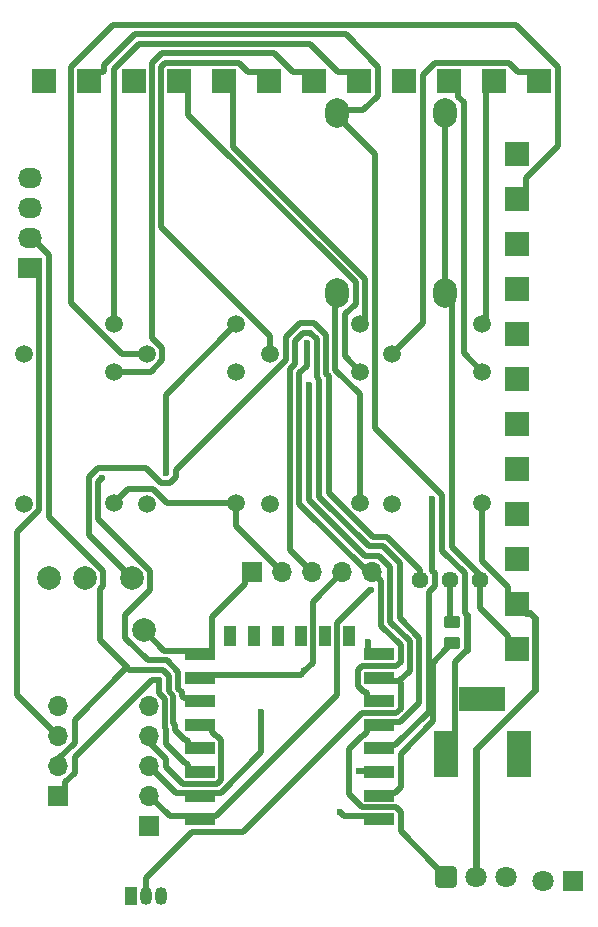
<source format=gbr>
%TF.GenerationSoftware,KiCad,Pcbnew,8.0.5*%
%TF.CreationDate,2024-10-28T11:16:19+03:00*%
%TF.ProjectId,IoTmanager,496f546d-616e-4616-9765-722e6b696361,rev?*%
%TF.SameCoordinates,Original*%
%TF.FileFunction,Copper,L1,Top*%
%TF.FilePolarity,Positive*%
%FSLAX46Y46*%
G04 Gerber Fmt 4.6, Leading zero omitted, Abs format (unit mm)*
G04 Created by KiCad (PCBNEW 8.0.5) date 2024-10-28 11:16:19*
%MOMM*%
%LPD*%
G01*
G04 APERTURE LIST*
G04 Aperture macros list*
%AMRoundRect*
0 Rectangle with rounded corners*
0 $1 Rounding radius*
0 $2 $3 $4 $5 $6 $7 $8 $9 X,Y pos of 4 corners*
0 Add a 4 corners polygon primitive as box body*
4,1,4,$2,$3,$4,$5,$6,$7,$8,$9,$2,$3,0*
0 Add four circle primitives for the rounded corners*
1,1,$1+$1,$2,$3*
1,1,$1+$1,$4,$5*
1,1,$1+$1,$6,$7*
1,1,$1+$1,$8,$9*
0 Add four rect primitives between the rounded corners*
20,1,$1+$1,$2,$3,$4,$5,0*
20,1,$1+$1,$4,$5,$6,$7,0*
20,1,$1+$1,$6,$7,$8,$9,0*
20,1,$1+$1,$8,$9,$2,$3,0*%
G04 Aperture macros list end*
%TA.AperFunction,ComponentPad*%
%ADD10R,1.700000X1.700000*%
%TD*%
%TA.AperFunction,ComponentPad*%
%ADD11O,1.700000X1.700000*%
%TD*%
%TA.AperFunction,ComponentPad*%
%ADD12R,1.050000X1.500000*%
%TD*%
%TA.AperFunction,ComponentPad*%
%ADD13O,1.050000X1.500000*%
%TD*%
%TA.AperFunction,ComponentPad*%
%ADD14C,1.500000*%
%TD*%
%TA.AperFunction,ComponentPad*%
%ADD15R,2.000000X4.000000*%
%TD*%
%TA.AperFunction,ComponentPad*%
%ADD16R,4.000000X2.000000*%
%TD*%
%TA.AperFunction,ComponentPad*%
%ADD17C,1.440000*%
%TD*%
%TA.AperFunction,ComponentPad*%
%ADD18R,1.800000X1.800000*%
%TD*%
%TA.AperFunction,ComponentPad*%
%ADD19C,1.800000*%
%TD*%
%TA.AperFunction,SMDPad,CuDef*%
%ADD20R,2.500000X1.000000*%
%TD*%
%TA.AperFunction,SMDPad,CuDef*%
%ADD21R,1.000000X1.800000*%
%TD*%
%TA.AperFunction,ComponentPad*%
%ADD22R,2.000000X2.000000*%
%TD*%
%TA.AperFunction,ComponentPad*%
%ADD23O,2.000000X2.500000*%
%TD*%
%TA.AperFunction,ComponentPad*%
%ADD24RoundRect,0.250200X-0.649800X-0.649800X0.649800X-0.649800X0.649800X0.649800X-0.649800X0.649800X0*%
%TD*%
%TA.AperFunction,ComponentPad*%
%ADD25C,2.000000*%
%TD*%
%TA.AperFunction,SMDPad,CuDef*%
%ADD26RoundRect,0.250000X-0.450000X0.262500X-0.450000X-0.262500X0.450000X-0.262500X0.450000X0.262500X0*%
%TD*%
%TA.AperFunction,ComponentPad*%
%ADD27R,2.032000X1.727200*%
%TD*%
%TA.AperFunction,ComponentPad*%
%ADD28O,2.032000X1.727200*%
%TD*%
%TA.AperFunction,ViaPad*%
%ADD29C,0.600000*%
%TD*%
%TA.AperFunction,Conductor*%
%ADD30C,0.500000*%
%TD*%
%TA.AperFunction,Conductor*%
%ADD31C,0.600000*%
%TD*%
G04 APERTURE END LIST*
D10*
%TO.P,max1,1,Pin_1*%
%TO.N,GNDPWR*%
X98300000Y-102300000D03*
D11*
%TO.P,max1,2,Pin_2*%
%TO.N,+5C*%
X100840000Y-102300000D03*
%TO.P,max1,3,Pin_3*%
%TO.N,/d5*%
X103380000Y-102300000D03*
%TO.P,max1,4,Pin_4*%
%TO.N,/d8*%
X105920000Y-102300000D03*
%TO.P,max1,5,Pin_5*%
%TO.N,/d6*%
X108460000Y-102300000D03*
%TD*%
D12*
%TO.P,U7,1,GND*%
%TO.N,GNDPWR*%
X88000000Y-129700000D03*
D13*
%TO.P,U7,2,DQ*%
%TO.N,/d7*%
X89270000Y-129700000D03*
%TO.P,U7,3,V_{DD}*%
%TO.N,+5C*%
X90540000Y-129700000D03*
%TD*%
D10*
%TO.P,display/ads1,1,Pin_1*%
%TO.N,/d1*%
X81840000Y-121220000D03*
D11*
%TO.P,display/ads1,2,Pin_2*%
%TO.N,/d2*%
X81840000Y-118680000D03*
%TO.P,display/ads1,3,Pin_3*%
%TO.N,+5C*%
X81840000Y-116140000D03*
%TO.P,display/ads1,4,Pin_4*%
%TO.N,GNDPWR*%
X81840000Y-113600000D03*
%TD*%
D14*
%TO.P,K1,5*%
%TO.N,/conn2-5*%
X86540000Y-81260000D03*
%TO.P,K1,4*%
%TO.N,/conn2-6*%
X86540000Y-85300000D03*
%TO.P,K1,3*%
%TO.N,/conn2-4*%
X78940000Y-83800000D03*
%TO.P,K1,2*%
%TO.N,+5C*%
X86540000Y-96400000D03*
%TO.P,K1,1*%
%TO.N,Net-(Q4-C)*%
X78940000Y-96500000D03*
%TD*%
D15*
%TO.P,dc-in1,1,+12*%
%TO.N,+12C*%
X114700000Y-117700000D03*
D16*
%TO.P,dc-in1,2,conn*%
%TO.N,unconnected-(dc-in1-conn-Pad2)*%
X117700000Y-113000000D03*
D15*
%TO.P,dc-in1,3,GND*%
%TO.N,GNDPWR*%
X120900000Y-117700000D03*
%TD*%
D17*
%TO.P,RV1,1,1*%
%TO.N,/a0-in-res*%
X112460000Y-102900000D03*
%TO.P,RV1,2,2*%
%TO.N,Net-(R3-Pad1)*%
X115000000Y-102900000D03*
%TO.P,RV1,3,3*%
%TO.N,GNDPWR*%
X117540000Y-102900000D03*
%TD*%
D18*
%TO.P,D1,1,K*%
%TO.N,GNDPWR*%
X125440000Y-128400000D03*
D19*
%TO.P,D1,2,A*%
%TO.N,Net-(D1-A)*%
X122900000Y-128400000D03*
%TD*%
D20*
%TO.P,U2,1,~{RST}*%
%TO.N,Net-(U2-~{RST})*%
X109040000Y-123200000D03*
%TO.P,U2,2,ADC*%
%TO.N,/a0*%
X109040000Y-121200000D03*
%TO.P,U2,3,EN*%
%TO.N,Net-(U2-EN)*%
X109040000Y-119200000D03*
%TO.P,U2,4,GPIO16*%
%TO.N,/d0*%
X109040000Y-117200000D03*
%TO.P,U2,5,GPIO14*%
%TO.N,/d5*%
X109040000Y-115200000D03*
%TO.P,U2,6,GPIO12*%
%TO.N,/d6*%
X109040000Y-113200000D03*
%TO.P,U2,7,GPIO13*%
%TO.N,/d7*%
X109040000Y-111200000D03*
%TO.P,U2,8,VCC*%
%TO.N,+3.3V*%
X109040000Y-109200000D03*
D21*
%TO.P,U2,9,CS0*%
%TO.N,unconnected-(U2-CS0-Pad9)*%
X106440000Y-107700000D03*
%TO.P,U2,10,MISO*%
%TO.N,unconnected-(U2-MISO-Pad10)*%
X104440000Y-107700000D03*
%TO.P,U2,11,GPIO9*%
%TO.N,unconnected-(U2-GPIO9-Pad11)*%
X102440000Y-107700000D03*
%TO.P,U2,12,GPIO10*%
%TO.N,unconnected-(U2-GPIO10-Pad12)*%
X100440000Y-107700000D03*
%TO.P,U2,13,MOSI*%
%TO.N,unconnected-(U2-MOSI-Pad13)*%
X98440000Y-107700000D03*
%TO.P,U2,14,SCLK*%
%TO.N,unconnected-(U2-SCLK-Pad14)*%
X96440000Y-107700000D03*
D20*
%TO.P,U2,15,GND*%
%TO.N,GNDPWR*%
X93840000Y-109200000D03*
%TO.P,U2,16,GPIO15*%
%TO.N,/d8*%
X93840000Y-111200000D03*
%TO.P,U2,17,GPIO2*%
%TO.N,/d4*%
X93840000Y-113200000D03*
%TO.P,U2,18,GPIO0*%
%TO.N,/d3*%
X93840000Y-115200000D03*
%TO.P,U2,19,GPIO4*%
%TO.N,/d2*%
X93840000Y-117200000D03*
%TO.P,U2,20,GPIO5*%
%TO.N,/d1*%
X93840000Y-119200000D03*
%TO.P,U2,21,GPIO3/RXD*%
%TO.N,/rx*%
X93840000Y-121200000D03*
%TO.P,U2,22,GPIO1/TXD*%
%TO.N,/tx*%
X93840000Y-123200000D03*
%TD*%
D22*
%TO.P,J3,1,Pin_1*%
%TO.N,/conn2-1*%
X122600000Y-60700000D03*
%TO.P,J3,2,Pin_2*%
%TO.N,/conn2-2*%
X118790000Y-60700000D03*
%TO.P,J3,3,Pin_3*%
%TO.N,/conn2-3*%
X114980000Y-60700000D03*
%TO.P,J3,4,Pin_4*%
%TO.N,/conn2-4*%
X111170000Y-60700000D03*
%TO.P,J3,5,Pin_5*%
%TO.N,/conn2-5*%
X107360000Y-60700000D03*
%TO.P,J3,6,Pin_6*%
%TO.N,/conn2-6*%
X103550000Y-60700000D03*
%TO.P,J3,7,Pin_7*%
%TO.N,/conn2-7*%
X99740000Y-60700000D03*
%TO.P,J3,8,Pin_8*%
%TO.N,/conn2-8*%
X95930000Y-60700000D03*
%TO.P,J3,9,Pin_9*%
%TO.N,/conn2-9*%
X92120000Y-60700000D03*
%TO.P,J3,10,Pin_10*%
%TO.N,/d2*%
X88310000Y-60700000D03*
%TO.P,J3,11,Pin_11*%
%TO.N,+12C*%
X84500000Y-60700000D03*
%TO.P,J3,12,Pin_12*%
%TO.N,GNDPWR*%
X80690000Y-60700000D03*
%TD*%
D23*
%TO.P,U4,1,IN-*%
%TO.N,GNDPWR*%
X114640000Y-63400000D03*
%TO.P,U4,2,IN+*%
%TO.N,+12C*%
X105500000Y-63400000D03*
%TO.P,U4,3,OUT-*%
%TO.N,GNDPWR*%
X114640000Y-78640000D03*
%TO.P,U4,4,OUT+*%
%TO.N,+5C*%
X105500000Y-78640000D03*
%TD*%
D14*
%TO.P,K4,1*%
%TO.N,Net-(Q2-C)*%
X99820000Y-96500000D03*
%TO.P,K4,2*%
%TO.N,+5C*%
X107420000Y-96400000D03*
%TO.P,K4,3*%
%TO.N,/conn2-7*%
X99820000Y-83800000D03*
%TO.P,K4,4*%
%TO.N,/conn2-9*%
X107420000Y-85300000D03*
%TO.P,K4,5*%
%TO.N,/conn2-8*%
X107420000Y-81260000D03*
%TD*%
D10*
%TO.P,J1,1,Pin_1*%
%TO.N,+3.3V*%
X89570000Y-123740000D03*
D11*
%TO.P,J1,2,Pin_2*%
%TO.N,/tx*%
X89570000Y-121200000D03*
%TO.P,J1,3,Pin_3*%
%TO.N,/rx*%
X89570000Y-118660000D03*
%TO.P,J1,4,Pin_4*%
%TO.N,/d3*%
X89570000Y-116120000D03*
%TO.P,J1,5,Pin_5*%
%TO.N,GNDPWR*%
X89570000Y-113580000D03*
%TD*%
D24*
%TO.P,U3,1,OUT*%
%TO.N,/d5*%
X114660000Y-128100000D03*
D19*
%TO.P,U3,2,Vs*%
%TO.N,+5C*%
X117200000Y-128100000D03*
%TO.P,U3,3,GND*%
%TO.N,GNDPWR*%
X119740000Y-128100000D03*
%TD*%
D25*
%TO.P,U5,1,Sleeve*%
%TO.N,GNDPWR*%
X89085000Y-107200000D03*
%TO.P,U5,2,Tip*%
%TO.N,/a0-in-res*%
X88085000Y-102800000D03*
%TO.P,U5,3,Ring1*%
%TO.N,unconnected-(U5-Ring1-Pad3)*%
X84085000Y-102800000D03*
%TO.P,U5,4,Ring2*%
%TO.N,unconnected-(U5-Ring2-Pad4)*%
X81085000Y-102800000D03*
%TD*%
D14*
%TO.P,K3-possible-d1,1*%
%TO.N,Net-(Q1-C)*%
X89340000Y-96500000D03*
%TO.P,K3-possible-d1,2*%
%TO.N,+5C*%
X96940000Y-96400000D03*
%TO.P,K3-possible-d1,3*%
%TO.N,/conn1-10*%
X89340000Y-83800000D03*
%TO.P,K3-possible-d1,4*%
%TO.N,/conn1-9*%
X96940000Y-85300000D03*
%TO.P,K3-possible-d1,5*%
%TO.N,/conn1-8*%
X96940000Y-81260000D03*
%TD*%
D22*
%TO.P,J2,1,Pin_1*%
%TO.N,GNDPWR*%
X120700000Y-108800000D03*
%TO.P,J2,2,Pin_2*%
%TO.N,+5C*%
X120700000Y-104990000D03*
%TO.P,J2,3,Pin_3*%
%TO.N,/rx*%
X120700000Y-101180000D03*
%TO.P,J2,4,Pin_4*%
%TO.N,/tx*%
X120700000Y-97370000D03*
%TO.P,J2,5,Pin_5*%
%TO.N,/d8*%
X120700000Y-93560000D03*
%TO.P,J2,6,Pin_6*%
%TO.N,/mosf1-out-d5*%
X120700000Y-89750000D03*
%TO.P,J2,7,Pin_7*%
%TO.N,/mosf2-out-d6*%
X120700000Y-85940000D03*
%TO.P,J2,8,Pin_8*%
%TO.N,/mosf3-out-d7*%
X120700000Y-82130000D03*
%TO.P,J2,9,Pin_9*%
%TO.N,/conn1-8*%
X120700000Y-78320000D03*
%TO.P,J2,10,Pin_10*%
%TO.N,/conn1-9*%
X120700000Y-74510000D03*
%TO.P,J2,11,Pin_11*%
%TO.N,/conn1-10*%
X120700000Y-70700000D03*
%TO.P,J2,12,Pin_12*%
%TO.N,/d1*%
X120700000Y-66890000D03*
%TD*%
D14*
%TO.P,K2,5*%
%TO.N,/conn2-2*%
X117740000Y-81260000D03*
%TO.P,K2,4*%
%TO.N,/conn2-3*%
X117740000Y-85300000D03*
%TO.P,K2,3*%
%TO.N,/conn2-1*%
X110140000Y-83800000D03*
%TO.P,K2,2*%
%TO.N,+5C*%
X117740000Y-96400000D03*
%TO.P,K2,1*%
%TO.N,Net-(Q3-C)*%
X110140000Y-96500000D03*
%TD*%
D26*
%TO.P,R3,1*%
%TO.N,Net-(R3-Pad1)*%
X115200000Y-106475000D03*
%TO.P,R3,2*%
%TO.N,/a0*%
X115200000Y-108300000D03*
%TD*%
D27*
%TO.P,MX-RM-5V-RF-sensor1,1,Pin_1*%
%TO.N,+5C*%
X79500029Y-76540707D03*
D28*
%TO.P,MX-RM-5V-RF-sensor1,2,Pin_2*%
%TO.N,/d2*%
X79500029Y-74000707D03*
%TO.P,MX-RM-5V-RF-sensor1,3,Pin_3*%
X79500029Y-71460707D03*
%TO.P,MX-RM-5V-RF-sensor1,4,Pin_4*%
%TO.N,GNDPWR*%
X79500029Y-68920707D03*
%TD*%
D29*
%TO.N,/conn1-8*%
X90952800Y-93901700D03*
%TO.N,/tx*%
X108320600Y-103755900D03*
%TO.N,/rx*%
X99040600Y-114125100D03*
%TO.N,/d8*%
X102709000Y-110661500D03*
%TO.N,+3.3V*%
X108099100Y-108200000D03*
%TO.N,/d4*%
X85542400Y-94343300D03*
%TO.N,/d0*%
X113531600Y-96094300D03*
%TO.N,/d5*%
X103136200Y-81999400D03*
%TO.N,/d7*%
X103122800Y-86389700D03*
%TO.N,/d1*%
X90392100Y-111391700D03*
%TO.N,/d6*%
X102881100Y-82908800D03*
%TO.N,Net-(U2-~{RST})*%
X105700500Y-122586800D03*
%TO.N,Net-(U2-EN)*%
X107290000Y-119136200D03*
%TD*%
D30*
%TO.N,/a0-in-res*%
X84440000Y-99155000D02*
X88085000Y-102800000D01*
X89303100Y-93493300D02*
X85190300Y-93493300D01*
X104526700Y-82187800D02*
X103488300Y-81149400D01*
X101120000Y-84338500D02*
X91802800Y-93655700D01*
X112460000Y-102900000D02*
X112460000Y-102057400D01*
X104772800Y-95591300D02*
X104772800Y-85706200D01*
X85190300Y-93493300D02*
X84440000Y-94243600D01*
X109702600Y-99300000D02*
X108481500Y-99300000D01*
X84440000Y-94243600D02*
X84440000Y-99155000D01*
X104772800Y-85706200D02*
X104526700Y-85460100D01*
X103488300Y-81149400D02*
X102307000Y-81149400D01*
X101120000Y-82336400D02*
X101120000Y-84338500D01*
X91802800Y-94253800D02*
X91304900Y-94751700D01*
X91304900Y-94751700D02*
X90561500Y-94751700D01*
X90561500Y-94751700D02*
X89303100Y-93493300D01*
X104526700Y-85460100D02*
X104526700Y-82187800D01*
X102307000Y-81149400D02*
X101120000Y-82336400D01*
X112460000Y-102057400D02*
X109702600Y-99300000D01*
X108481500Y-99300000D02*
X104772800Y-95591300D01*
X91802800Y-93655700D02*
X91802800Y-94253800D01*
%TO.N,/a0*%
X110290000Y-120950000D02*
X110040000Y-120950000D01*
X110840000Y-120503600D02*
X110393600Y-120950000D01*
X110040000Y-120950000D02*
X109040000Y-121200000D01*
X110840000Y-117635600D02*
X110840000Y-120503600D01*
X115200000Y-108300000D02*
X114702000Y-108803900D01*
X114702000Y-108814200D02*
X113576400Y-109939800D01*
X114702000Y-108803900D02*
X114702000Y-108814200D01*
X113576400Y-114899200D02*
X110840000Y-117635600D01*
X110393600Y-120950000D02*
X110290000Y-120950000D01*
X113576400Y-109939800D02*
X113576400Y-114899200D01*
%TO.N,GNDPWR*%
X90835000Y-108950000D02*
X89085000Y-107200000D01*
X94840000Y-108950000D02*
X93840000Y-109200000D01*
X117540000Y-105286400D02*
X117540000Y-102900000D01*
X97700000Y-102900000D02*
X97700000Y-103150000D01*
X120700000Y-108800000D02*
X119950000Y-108050000D01*
X117540000Y-102512600D02*
X115181600Y-100154200D01*
X97700000Y-103150000D02*
X97700000Y-103253600D01*
X92590000Y-108950000D02*
X90835000Y-108950000D01*
X93840000Y-109200000D02*
X92840000Y-108950000D01*
X115181600Y-100154200D02*
X115181600Y-79431600D01*
X117540000Y-102900000D02*
X117540000Y-102512600D01*
X94840000Y-106113600D02*
X94840000Y-108700000D01*
X114640000Y-78390000D02*
X114640000Y-78640000D01*
X92840000Y-108950000D02*
X92590000Y-108950000D01*
X119950000Y-107800000D02*
X119950000Y-107696400D01*
X94840000Y-108700000D02*
X94840000Y-108950000D01*
X97700000Y-103253600D02*
X94840000Y-106113600D01*
X98300000Y-102300000D02*
X97700000Y-102900000D01*
X114640000Y-63650000D02*
X114640000Y-78390000D01*
X119950000Y-108050000D02*
X119950000Y-107800000D01*
X119950000Y-107696400D02*
X117540000Y-105286400D01*
X114640000Y-78890000D02*
X114640000Y-78640000D01*
X114640000Y-63400000D02*
X114640000Y-63650000D01*
X115181600Y-79431600D02*
X114640000Y-78890000D01*
%TO.N,/conn1-8*%
X90952800Y-93901700D02*
X90952800Y-87247200D01*
X90952800Y-87247200D02*
X96940000Y-81260000D01*
%TO.N,/tx*%
X95193600Y-122950000D02*
X95090000Y-122950000D01*
X89570000Y-121200000D02*
X91320000Y-122950000D01*
X108277000Y-103755900D02*
X105440000Y-106592900D01*
X92590000Y-122950000D02*
X92840000Y-122950000D01*
X95090000Y-122950000D02*
X94840000Y-122950000D01*
X91320000Y-122950000D02*
X92590000Y-122950000D01*
X105440000Y-112703600D02*
X95193600Y-122950000D01*
X108320600Y-103755900D02*
X108277000Y-103755900D01*
X94840000Y-122950000D02*
X93840000Y-123200000D01*
X92840000Y-122950000D02*
X93840000Y-123200000D01*
X105440000Y-106592900D02*
X105440000Y-112703600D01*
%TO.N,/conn1-10*%
X121450000Y-69950000D02*
X121450000Y-69700000D01*
X124150000Y-66217800D02*
X124150000Y-59472200D01*
X120700000Y-70700000D02*
X121450000Y-69950000D01*
X87241500Y-83800000D02*
X89340000Y-83800000D01*
X121450000Y-68917800D02*
X124150000Y-66217800D01*
X121450000Y-69700000D02*
X121450000Y-68917800D01*
X86472200Y-55950000D02*
X82950000Y-59472200D01*
X124150000Y-59472200D02*
X120627800Y-55950000D01*
X82950000Y-79508500D02*
X87241500Y-83800000D01*
X82950000Y-59472200D02*
X82950000Y-79508500D01*
X120627800Y-55950000D02*
X86472200Y-55950000D01*
%TO.N,/rx*%
X94840000Y-120950000D02*
X93840000Y-121200000D01*
X95607800Y-120950000D02*
X95090000Y-120950000D01*
X99040600Y-117517200D02*
X95607800Y-120950000D01*
X92590000Y-120950000D02*
X92840000Y-120950000D01*
X91860000Y-120950000D02*
X92590000Y-120950000D01*
X89570000Y-118660000D02*
X91860000Y-120950000D01*
X92840000Y-120950000D02*
X93840000Y-121200000D01*
X95090000Y-120950000D02*
X94840000Y-120950000D01*
X99040600Y-114125100D02*
X99040600Y-117517200D01*
%TO.N,/conn2-2*%
X118040000Y-61450000D02*
X118040000Y-61700000D01*
X118790000Y-60700000D02*
X118040000Y-61450000D01*
X118040000Y-61700000D02*
X118040000Y-80960000D01*
X118040000Y-80960000D02*
X117740000Y-81260000D01*
%TO.N,/d2*%
X91770000Y-115208700D02*
X91616600Y-115055300D01*
X92840000Y-116596400D02*
X92693600Y-116450000D01*
X91770000Y-115657800D02*
X91770000Y-115208700D01*
X91616600Y-115055300D02*
X91616600Y-112732300D01*
X85384500Y-103692500D02*
X85384500Y-108052000D01*
X79652400Y-74000700D02*
X81066000Y-75414300D01*
X85635000Y-103442000D02*
X85384500Y-103692500D01*
X91241400Y-112357100D02*
X91241400Y-111039900D01*
X87661900Y-110329400D02*
X83240000Y-114751300D01*
X90743900Y-110542400D02*
X87874900Y-110542400D01*
X81066000Y-97589000D02*
X85635000Y-102158000D01*
X93840000Y-117200000D02*
X92840000Y-116950000D01*
X81840000Y-118119900D02*
X81840000Y-118680000D01*
X85384500Y-108052000D02*
X87661900Y-110329400D01*
X85635000Y-102158000D02*
X85635000Y-103442000D01*
X92693600Y-116450000D02*
X92562200Y-116450000D01*
X91616600Y-112732300D02*
X91241400Y-112357100D01*
X87874900Y-110542400D02*
X87661900Y-110329400D01*
X92562200Y-116450000D02*
X91770000Y-115657800D01*
X92840000Y-116700000D02*
X92840000Y-116596400D01*
X79500000Y-74000700D02*
X79652400Y-74000700D01*
X83240000Y-116719900D02*
X81840000Y-118119900D01*
X83240000Y-114751300D02*
X83240000Y-116719900D01*
X81066000Y-75414300D02*
X81066000Y-97589000D01*
X91241400Y-111039900D02*
X90743900Y-110542400D01*
X92840000Y-116950000D02*
X92840000Y-116700000D01*
D31*
%TO.N,+5C*%
X122250000Y-106186400D02*
X121803600Y-105740000D01*
D30*
X80240000Y-77154300D02*
X80240000Y-77404300D01*
X89878500Y-95200000D02*
X91078500Y-96400000D01*
X105324400Y-79065600D02*
X105324400Y-85126500D01*
D31*
X117200000Y-117277800D02*
X122250000Y-112227800D01*
X122250000Y-112227800D02*
X122250000Y-106186400D01*
D30*
X96940000Y-96400000D02*
X96940000Y-98400000D01*
X107420000Y-87222100D02*
X107420000Y-96400000D01*
X96940000Y-98400000D02*
X100840000Y-102300000D01*
D31*
X121450000Y-105740000D02*
X120700000Y-104990000D01*
D30*
X78384500Y-112684500D02*
X81840000Y-116140000D01*
X120700000Y-104990000D02*
X119950000Y-104240000D01*
X78384500Y-98894000D02*
X78384500Y-112684500D01*
X80240000Y-97038500D02*
X78384500Y-98894000D01*
X79500000Y-76540700D02*
X80240000Y-77154300D01*
X105500000Y-78890000D02*
X105324400Y-79065600D01*
X105500000Y-78640000D02*
X105500000Y-78890000D01*
X105324400Y-85126500D02*
X107420000Y-87222100D01*
X86540000Y-96400000D02*
X87740000Y-95200000D01*
X119950000Y-103990000D02*
X119950000Y-103513900D01*
X80240000Y-77404300D02*
X80240000Y-97038500D01*
X117740000Y-101303900D02*
X117740000Y-96400000D01*
X91078500Y-96400000D02*
X96940000Y-96400000D01*
X119950000Y-104240000D02*
X119950000Y-103990000D01*
D31*
X121803600Y-105740000D02*
X121700000Y-105740000D01*
D30*
X87740000Y-95200000D02*
X89878500Y-95200000D01*
D31*
X117200000Y-128100000D02*
X117200000Y-117277800D01*
X121700000Y-105740000D02*
X121450000Y-105740000D01*
D30*
X119950000Y-103513900D02*
X117740000Y-101303900D01*
%TO.N,+12C*%
X114381600Y-95742200D02*
X114381600Y-100485500D01*
X108910000Y-59472200D02*
X108910000Y-61927800D01*
X108720000Y-66870000D02*
X108720000Y-90080600D01*
X116270000Y-102373900D02*
X116270000Y-105713400D01*
X107687800Y-63150000D02*
X105500000Y-63150000D01*
X108910000Y-61927800D02*
X107687800Y-63150000D01*
X85250000Y-59950000D02*
X85500000Y-59950000D01*
X105500000Y-63150000D02*
X105500000Y-63400000D01*
X85750000Y-59350800D02*
X88350800Y-56750000D01*
X85603600Y-59950000D02*
X85750000Y-59803600D01*
X85500000Y-59950000D02*
X85603600Y-59950000D01*
X106187800Y-56750000D02*
X108910000Y-59472200D01*
X84500000Y-60700000D02*
X85250000Y-59950000D01*
X116270000Y-105713400D02*
X116451000Y-105894400D01*
X108720000Y-90080600D02*
X114381600Y-95742200D01*
X105500000Y-63650000D02*
X108720000Y-66870000D01*
X105500000Y-63400000D02*
X105500000Y-63650000D01*
D31*
X116451000Y-105894400D02*
X116451000Y-108894100D01*
D30*
X115450000Y-109895100D02*
X115450000Y-115700000D01*
X115450000Y-115700000D02*
X115450000Y-115950000D01*
X115450000Y-115950000D02*
X114700000Y-117700000D01*
X116451000Y-108894100D02*
X115450000Y-109895100D01*
X88350800Y-56750000D02*
X106187800Y-56750000D01*
X85750000Y-59803600D02*
X85750000Y-59350800D01*
X114381600Y-100485500D02*
X116270000Y-102373900D01*
%TO.N,/d8*%
X94840000Y-110950000D02*
X95090000Y-110950000D01*
X93840000Y-111200000D02*
X94840000Y-110950000D01*
X105920000Y-102300000D02*
X103440000Y-104780000D01*
X103440000Y-104780000D02*
X103440000Y-109930500D01*
X95090000Y-110950000D02*
X102420500Y-110950000D01*
X102420500Y-110950000D02*
X102709000Y-110661500D01*
X103440000Y-109930500D02*
X102709000Y-110661500D01*
%TO.N,+3.3V*%
X108099100Y-108200000D02*
X108099100Y-108700000D01*
X108099100Y-108700000D02*
X108099100Y-108950000D01*
X108099100Y-108950000D02*
X109040000Y-109200000D01*
%TO.N,/conn2-5*%
X103177800Y-57550000D02*
X88682200Y-57550000D01*
X86540000Y-59692200D02*
X86540000Y-81260000D01*
X88682200Y-57550000D02*
X86540000Y-59692200D01*
X106360000Y-59950000D02*
X105577800Y-59950000D01*
X105577800Y-59950000D02*
X103177800Y-57550000D01*
X107360000Y-60700000D02*
X106610000Y-59950000D01*
X106610000Y-59950000D02*
X106360000Y-59950000D01*
%TO.N,/d4*%
X92339900Y-112803500D02*
X92486400Y-112950000D01*
X85240000Y-94645700D02*
X85240000Y-97763000D01*
X87535000Y-107842000D02*
X89436100Y-109743100D01*
X92040700Y-110708800D02*
X92040700Y-112133500D01*
X89635000Y-103768500D02*
X87535000Y-105868500D01*
X92040700Y-112133500D02*
X92339900Y-112432700D01*
X85240000Y-97763000D02*
X89635000Y-102158000D01*
X92590000Y-112950000D02*
X92840000Y-112950000D01*
X85542400Y-94343300D02*
X85240000Y-94645700D01*
X92486400Y-112950000D02*
X92590000Y-112950000D01*
X89436100Y-109743100D02*
X91075000Y-109743100D01*
X92840000Y-112950000D02*
X93840000Y-113200000D01*
X92339900Y-112432700D02*
X92339900Y-112803500D01*
X89635000Y-102158000D02*
X89635000Y-103768500D01*
X87535000Y-105868500D02*
X87535000Y-107842000D01*
X91075000Y-109743100D02*
X92040700Y-110708800D01*
%TO.N,/d0*%
X110393600Y-116950000D02*
X110290000Y-116950000D01*
X110290000Y-116950000D02*
X110040000Y-116950000D01*
X113531600Y-102175500D02*
X113730000Y-102373900D01*
X113730000Y-102373900D02*
X113730000Y-103426100D01*
X113240000Y-114103600D02*
X110393600Y-116950000D01*
X110040000Y-116950000D02*
X109040000Y-117200000D01*
X113240000Y-103916100D02*
X113240000Y-114103600D01*
X113730000Y-103426100D02*
X113240000Y-103916100D01*
X113531600Y-96094300D02*
X113531600Y-102175500D01*
%TO.N,/d3*%
X95317800Y-116150000D02*
X95186400Y-116150000D01*
X92382900Y-120200000D02*
X95297100Y-120200000D01*
X95640000Y-116472200D02*
X95317800Y-116150000D01*
X95640000Y-119857100D02*
X95640000Y-116472200D01*
X94840000Y-115803600D02*
X94840000Y-115700000D01*
X94840000Y-115700000D02*
X94840000Y-115450000D01*
X90970000Y-118080100D02*
X90970000Y-118787100D01*
X90970000Y-118787100D02*
X92382900Y-120200000D01*
X95186400Y-116150000D02*
X94840000Y-115803600D01*
X94840000Y-115450000D02*
X93840000Y-115200000D01*
X89570000Y-116680100D02*
X90970000Y-118080100D01*
X95297100Y-120200000D02*
X95640000Y-119857100D01*
X89570000Y-116120000D02*
X89570000Y-116680100D01*
%TO.N,/d5*%
X106440000Y-121057100D02*
X106440000Y-117272200D01*
X101472800Y-85117000D02*
X101920000Y-84669800D01*
X102588400Y-81999400D02*
X103136200Y-81999400D01*
X109040000Y-115200000D02*
X110040000Y-114950000D01*
X103972800Y-95922600D02*
X103972800Y-86037600D01*
X103170700Y-81999400D02*
X103136200Y-81999400D01*
X107693600Y-116150000D02*
X108040000Y-115803600D01*
X101472800Y-100392800D02*
X101472800Y-85117000D01*
X103728900Y-85793700D02*
X103728900Y-82557600D01*
X110807800Y-114950000D02*
X112440000Y-113317800D01*
X110840000Y-122542900D02*
X110497100Y-122200000D01*
X112440000Y-113317800D02*
X112440000Y-107809400D01*
X101920000Y-82667800D02*
X102588400Y-81999400D01*
X107582900Y-122200000D02*
X106440000Y-121057100D01*
X110840000Y-124212100D02*
X110840000Y-122542900D01*
X113873300Y-127245400D02*
X110840000Y-124212100D01*
X110040000Y-114950000D02*
X110290000Y-114950000D01*
X103728900Y-82557600D02*
X103170700Y-81999400D01*
X101920000Y-84669800D02*
X101920000Y-82667800D01*
X112440000Y-107809400D02*
X110770600Y-106140000D01*
X108040000Y-115803600D02*
X108040000Y-115700000D01*
X103972800Y-86037600D02*
X103728900Y-85793700D01*
X110290000Y-114950000D02*
X110807800Y-114950000D01*
X108150200Y-100100000D02*
X103972800Y-95922600D01*
X108040000Y-115450000D02*
X109040000Y-115200000D01*
X110770600Y-101499300D02*
X109371300Y-100100000D01*
X110770600Y-106140000D02*
X110770600Y-101499300D01*
X114660000Y-128100000D02*
X113873300Y-127245400D01*
X108040000Y-115700000D02*
X108040000Y-115450000D01*
X106440000Y-117272200D02*
X107562200Y-116150000D01*
X103380000Y-102300000D02*
X101472800Y-100392800D01*
X107562200Y-116150000D02*
X107693600Y-116150000D01*
X109371300Y-100100000D02*
X108150200Y-100100000D01*
X110497100Y-122200000D02*
X107582900Y-122200000D01*
%TO.N,/d7*%
X110740000Y-111532700D02*
X110657300Y-111450000D01*
X109970600Y-106471400D02*
X111640000Y-108140800D01*
X97533400Y-124249500D02*
X107582900Y-114200000D01*
X110840000Y-113857100D02*
X110840000Y-111632700D01*
X109970600Y-101830700D02*
X109970600Y-106471400D01*
X110040000Y-111450000D02*
X109040000Y-111200000D01*
X103122800Y-86389700D02*
X103122800Y-96204000D01*
X111640000Y-110632700D02*
X110740000Y-111532700D01*
X110840000Y-111632700D02*
X110740000Y-111532700D01*
X110497100Y-114200000D02*
X110840000Y-113857100D01*
X89270000Y-129475000D02*
X89270000Y-128195700D01*
X110290000Y-111450000D02*
X110040000Y-111450000D01*
X89270000Y-128195700D02*
X93216200Y-124249500D01*
X93216200Y-124249500D02*
X97533400Y-124249500D01*
X110657300Y-111450000D02*
X110290000Y-111450000D01*
X111640000Y-108140800D02*
X111640000Y-110632700D01*
X107818800Y-100900000D02*
X109039900Y-100900000D01*
X109039900Y-100900000D02*
X109970600Y-101830700D01*
X107582900Y-114200000D02*
X110497100Y-114200000D01*
X103122800Y-96204000D02*
X107818800Y-100900000D01*
X89270000Y-129700000D02*
X89270000Y-129475000D01*
%TO.N,/d1*%
X90392100Y-112530700D02*
X90392100Y-111391700D01*
X92840000Y-118950000D02*
X92840000Y-118700000D01*
X92840000Y-118700000D02*
X92840000Y-118596400D01*
X90970000Y-115540100D02*
X90893300Y-115463400D01*
X82440000Y-120059900D02*
X83240000Y-119259900D01*
X92562200Y-118450000D02*
X90970000Y-116857800D01*
X90970000Y-116857800D02*
X90970000Y-115540100D01*
X93840000Y-119200000D02*
X92840000Y-118950000D01*
X83240000Y-119259900D02*
X83240000Y-117930100D01*
X90893300Y-113031900D02*
X90392100Y-112530700D01*
X89778400Y-111391700D02*
X90392100Y-111391700D01*
X83240000Y-117930100D02*
X89778400Y-111391700D01*
X82440000Y-120370000D02*
X82440000Y-120059900D01*
X81840000Y-121220000D02*
X82440000Y-120620000D01*
X90893300Y-115463400D02*
X90893300Y-113031900D01*
X82440000Y-120620000D02*
X82440000Y-120370000D01*
X92840000Y-118596400D02*
X92693600Y-118450000D01*
X92693600Y-118450000D02*
X92562200Y-118450000D01*
%TO.N,/d6*%
X110497100Y-110200000D02*
X110840000Y-109857100D01*
X108040000Y-112950000D02*
X108040000Y-112700000D01*
X102881100Y-82908800D02*
X102881100Y-84840100D01*
X107893600Y-112450000D02*
X107762200Y-112450000D01*
X109040000Y-113200000D02*
X108040000Y-112950000D01*
X108040000Y-112596400D02*
X107893600Y-112450000D01*
X102272800Y-85448400D02*
X102272800Y-96485400D01*
X110840000Y-108472200D02*
X109170600Y-106802800D01*
X110840000Y-109857100D02*
X110840000Y-108472200D01*
X102881100Y-84840100D02*
X102272800Y-85448400D01*
X107762200Y-112450000D02*
X107240000Y-111927800D01*
X109170600Y-106802800D02*
X109170600Y-103010600D01*
X108087400Y-102300000D02*
X108460000Y-102300000D01*
X102272800Y-96485400D02*
X108087400Y-102300000D01*
X107582900Y-110200000D02*
X110497100Y-110200000D01*
X107240000Y-111927800D02*
X107240000Y-110542900D01*
X109170600Y-103010600D02*
X108460000Y-102300000D01*
X108040000Y-112700000D02*
X108040000Y-112596400D01*
X107240000Y-110542900D02*
X107582900Y-110200000D01*
%TO.N,/conn2-3*%
X114980000Y-60700000D02*
X115730000Y-61450000D01*
X115730000Y-61700000D02*
X115730000Y-62048000D01*
X115730000Y-61450000D02*
X115730000Y-61700000D01*
X116190000Y-62508000D02*
X116190000Y-83750000D01*
X116190000Y-83750000D02*
X117740000Y-85300000D01*
X115730000Y-62048000D02*
X116190000Y-62508000D01*
%TO.N,Net-(U2-~{RST})*%
X105700500Y-122586800D02*
X106063700Y-122950000D01*
X107790000Y-122950000D02*
X108040000Y-122950000D01*
X108040000Y-122950000D02*
X109040000Y-123200000D01*
X106063700Y-122950000D02*
X107790000Y-122950000D01*
%TO.N,Net-(U2-EN)*%
X108040000Y-119136200D02*
X109040000Y-119200000D01*
X107290000Y-119136200D02*
X107790000Y-119136200D01*
X107790000Y-119136200D02*
X108040000Y-119136200D01*
%TO.N,/conn2-8*%
X96680000Y-61450000D02*
X96680000Y-61700000D01*
X96680000Y-61700000D02*
X96680000Y-66246600D01*
X95930000Y-60700000D02*
X96680000Y-61450000D01*
X107850000Y-77416600D02*
X107850000Y-80830000D01*
X96680000Y-66246600D02*
X107850000Y-77416600D01*
X107850000Y-80830000D02*
X107420000Y-81260000D01*
%TO.N,/conn2-9*%
X107050000Y-79532000D02*
X106122200Y-80459800D01*
X107050000Y-77748000D02*
X107050000Y-79532000D01*
X92870000Y-61450000D02*
X92870000Y-61700000D01*
X92870000Y-61700000D02*
X92870000Y-63568000D01*
X106122200Y-84002200D02*
X107420000Y-85300000D01*
X92120000Y-60700000D02*
X92870000Y-61450000D01*
X106122200Y-80459800D02*
X106122200Y-84002200D01*
X92870000Y-63568000D02*
X107050000Y-77748000D01*
%TO.N,/conn2-7*%
X99740000Y-60700000D02*
X98990000Y-59950000D01*
X98740000Y-59950000D02*
X97957800Y-59950000D01*
X97957800Y-59950000D02*
X97157800Y-59150000D01*
X90600000Y-73081500D02*
X99820000Y-82301500D01*
X97157800Y-59150000D02*
X90934600Y-59150000D01*
X90600000Y-59484600D02*
X90600000Y-73081500D01*
X99820000Y-82301500D02*
X99820000Y-83800000D01*
X98990000Y-59950000D02*
X98740000Y-59950000D01*
X90934600Y-59150000D02*
X90600000Y-59484600D01*
%TO.N,/conn2-6*%
X89830000Y-59165700D02*
X89830000Y-82451500D01*
X103550000Y-60700000D02*
X102800000Y-59950000D01*
X90645700Y-58350000D02*
X89830000Y-59165700D01*
X89830000Y-82451500D02*
X90640000Y-83261500D01*
X101767800Y-59950000D02*
X100167800Y-58350000D01*
X102550000Y-59950000D02*
X101767800Y-59950000D01*
X89678500Y-85300000D02*
X86540000Y-85300000D01*
X90640000Y-84338500D02*
X89678500Y-85300000D01*
X90640000Y-83261500D02*
X90640000Y-84338500D01*
X102800000Y-59950000D02*
X102550000Y-59950000D01*
X100167800Y-58350000D02*
X90645700Y-58350000D01*
%TO.N,/conn2-1*%
X121850000Y-59950000D02*
X121600000Y-59950000D01*
X122600000Y-60700000D02*
X121850000Y-59950000D01*
X120817800Y-59950000D02*
X120017800Y-59150000D01*
X113752200Y-59150000D02*
X112720000Y-60182200D01*
X112720000Y-60182200D02*
X112720000Y-81220000D01*
X112720000Y-81220000D02*
X110140000Y-83800000D01*
X120017800Y-59150000D02*
X113752200Y-59150000D01*
X121600000Y-59950000D02*
X120817800Y-59950000D01*
%TO.N,Net-(R3-Pad1)*%
X115200000Y-106475000D02*
X115000000Y-106211500D01*
X115000000Y-105961500D02*
X115000000Y-102900000D01*
X115000000Y-106211500D02*
X115000000Y-105961500D01*
%TD*%
M02*

</source>
